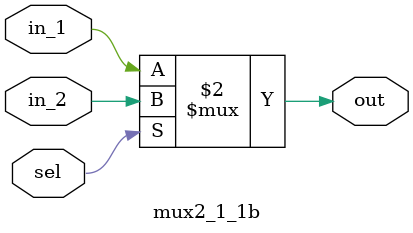
<source format=v>
module mux2_1_1b(
input  wire in_1, 
input  wire in_2,
input  wire sel,
output wire out);
  
assign out = (sel == 1'b0)? in_1:in_2 ;
  
  
endmodule


</source>
